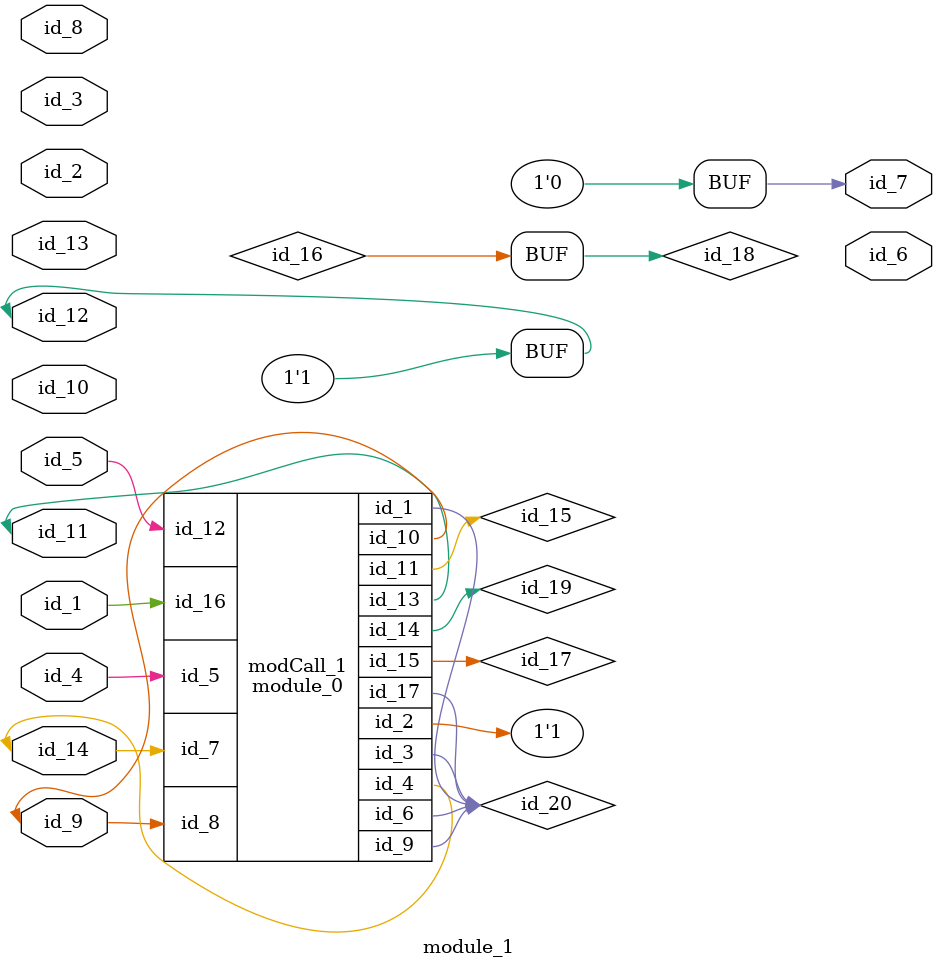
<source format=v>
module module_0 (
    id_1,
    id_2,
    id_3,
    id_4,
    id_5,
    id_6,
    id_7,
    id_8,
    id_9,
    id_10,
    id_11,
    id_12,
    id_13,
    id_14,
    id_15,
    id_16,
    id_17
);
  output wire id_17;
  input wire id_16;
  inout wire id_15;
  inout wire id_14;
  output wire id_13;
  input wire id_12;
  inout wire id_11;
  output wire id_10;
  inout wire id_9;
  input wire id_8;
  input wire id_7;
  inout wire id_6;
  input wire id_5;
  inout wire id_4;
  output wire id_3;
  output wire id_2;
  output wire id_1;
  assign id_2 = -1 == id_8;
  parameter id_18 = -1;
  assign id_17 = 1;
endmodule
module module_1 (
    id_1,
    id_2,
    id_3,
    id_4,
    id_5,
    id_6,
    id_7,
    id_8,
    id_9,
    id_10,
    id_11,
    id_12,
    id_13,
    id_14
);
  inout wire id_14;
  inout wire id_13;
  inout wire id_12;
  inout wire id_11;
  input wire id_10;
  inout wire id_9;
  inout wire id_8;
  output wire id_7;
  output wire id_6;
  input wire id_5;
  input wire id_4;
  input wire id_3;
  inout wire id_2;
  input wire id_1;
  wire id_15, id_16, id_17;
  assign id_12 = -1;
  wire id_18;
  assign id_7 = id_8 & -1'b0;
  wire id_19;
  wire id_20;
  assign id_16 = id_18;
  module_0 modCall_1 (
      id_20,
      id_12,
      id_20,
      id_14,
      id_4,
      id_20,
      id_14,
      id_9,
      id_20,
      id_9,
      id_15,
      id_5,
      id_11,
      id_19,
      id_17,
      id_1,
      id_20
  );
endmodule

</source>
